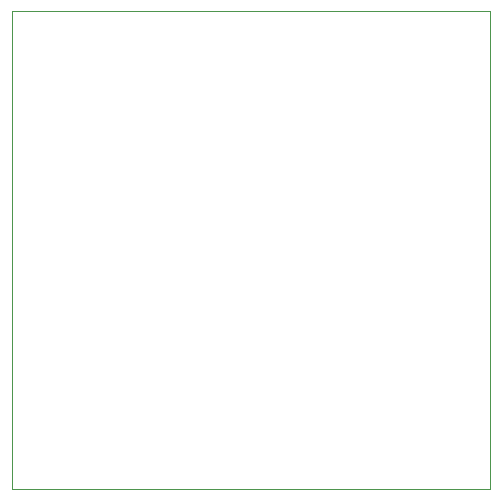
<source format=gbr>
G75*
G70*
%OFA0B0*%
%FSLAX24Y24*%
%IPPOS*%
%LPD*%
%AMOC8*
5,1,8,0,0,1.08239X$1,22.5*
%
%ADD10C,0.0000*%
D10*
X000488Y003315D02*
X000488Y019236D01*
X016409Y019236D01*
X016409Y003315D01*
X000488Y003315D01*
M02*

</source>
